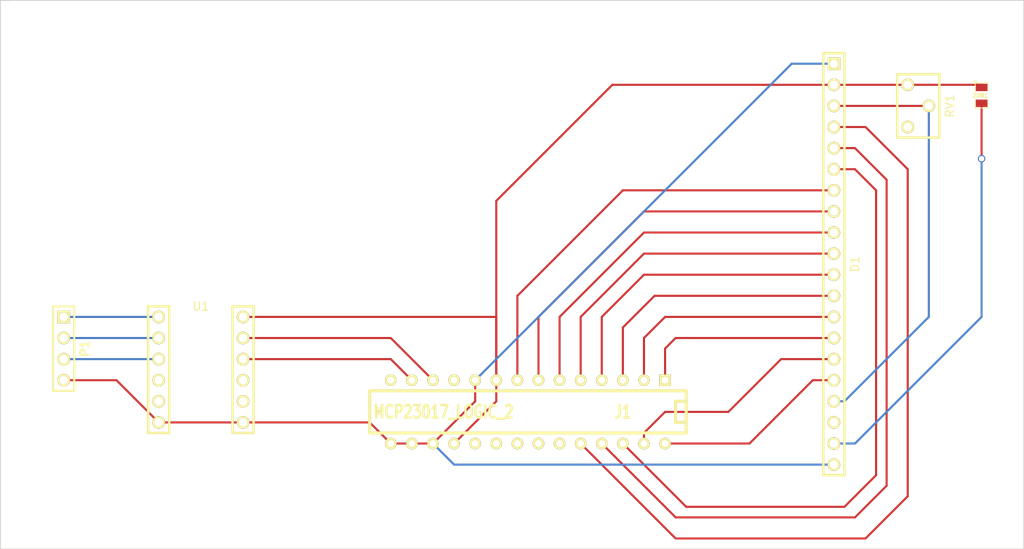
<source format=kicad_pcb>
(kicad_pcb (version 3) (host pcbnew "(2013-07-07 BZR 4022)-stable")

  (general
    (links 34)
    (no_connects 0)
    (area 170.129999 88.849999 293.420001 154.990001)
    (thickness 1.6)
    (drawings 5)
    (tracks 91)
    (zones 0)
    (modules 6)
    (nets 23)
  )

  (page A3)
  (layers
    (15 F.Cu signal)
    (0 B.Cu signal)
    (16 B.Adhes user)
    (17 F.Adhes user)
    (18 B.Paste user)
    (19 F.Paste user)
    (20 B.SilkS user)
    (21 F.SilkS user)
    (22 B.Mask user)
    (23 F.Mask user)
    (24 Dwgs.User user)
    (25 Cmts.User user)
    (26 Eco1.User user)
    (27 Eco2.User user)
    (28 Edge.Cuts user)
  )

  (setup
    (last_trace_width 0.254)
    (trace_clearance 0.254)
    (zone_clearance 0.508)
    (zone_45_only yes)
    (trace_min 0.254)
    (segment_width 0.2)
    (edge_width 0.1)
    (via_size 0.889)
    (via_drill 0.635)
    (via_min_size 0.889)
    (via_min_drill 0.508)
    (uvia_size 0.508)
    (uvia_drill 0.127)
    (uvias_allowed no)
    (uvia_min_size 0.508)
    (uvia_min_drill 0.127)
    (pcb_text_width 0.3)
    (pcb_text_size 1.5 1.5)
    (mod_edge_width 0.3048)
    (mod_text_size 1 1)
    (mod_text_width 0.15)
    (pad_size 1.524 1.524)
    (pad_drill 1.016)
    (pad_to_mask_clearance 0)
    (aux_axis_origin 0 0)
    (visible_elements 7FFFFFFF)
    (pcbplotparams
      (layerselection 3178497)
      (usegerberextensions true)
      (excludeedgelayer true)
      (linewidth 0.150000)
      (plotframeref false)
      (viasonmask false)
      (mode 1)
      (useauxorigin false)
      (hpglpennumber 1)
      (hpglpenspeed 20)
      (hpglpendiameter 15)
      (hpglpenoverlay 2)
      (psnegative false)
      (psa4output false)
      (plotreference true)
      (plotvalue true)
      (plotothertext true)
      (plotinvisibletext false)
      (padsonsilk false)
      (subtractmaskfromsilk false)
      (outputformat 1)
      (mirror false)
      (drillshape 0)
      (scaleselection 1)
      (outputdirectory ""))
  )

  (net 0 "")
  (net 1 /SCL)
  (net 2 /SDA)
  (net 3 GND)
  (net 4 N-000001)
  (net 5 N-0000010)
  (net 6 N-0000011)
  (net 7 N-0000012)
  (net 8 N-0000013)
  (net 9 N-0000014)
  (net 10 N-0000015)
  (net 11 N-0000016)
  (net 12 N-000002)
  (net 13 N-0000022)
  (net 14 N-0000023)
  (net 15 N-0000026)
  (net 16 N-000003)
  (net 17 N-000005)
  (net 18 N-000006)
  (net 19 N-000007)
  (net 20 N-000008)
  (net 21 N-000009)
  (net 22 VCC)

  (net_class Default "This is the default net class."
    (clearance 0.254)
    (trace_width 0.254)
    (via_dia 0.889)
    (via_drill 0.635)
    (uvia_dia 0.508)
    (uvia_drill 0.127)
    (add_net "")
    (add_net /SCL)
    (add_net /SDA)
    (add_net GND)
    (add_net N-000001)
    (add_net N-0000010)
    (add_net N-0000011)
    (add_net N-0000012)
    (add_net N-0000013)
    (add_net N-0000014)
    (add_net N-0000015)
    (add_net N-0000016)
    (add_net N-000002)
    (add_net N-0000022)
    (add_net N-0000023)
    (add_net N-0000026)
    (add_net N-000003)
    (add_net N-000005)
    (add_net N-000006)
    (add_net N-000007)
    (add_net N-000008)
    (add_net N-000009)
    (add_net VCC)
  )

  (module ZZTRIMMER (layer F.Cu) (tedit 55AE76C5) (tstamp 55AFE571)
    (at 284.48 101.6 270)
    (path /55AE4A50)
    (fp_text reference RV1 (at 0 0 270) (layer F.SilkS)
      (effects (font (size 1 1) (thickness 0.15)))
    )
    (fp_text value POT (at 0 0 270) (layer F.SilkS) hide
      (effects (font (size 1 1) (thickness 0.15)))
    )
    (fp_line (start -3.81 6.35) (end 3.81 6.35) (layer F.SilkS) (width 0.3048))
    (fp_line (start 3.81 6.35) (end 3.81 1.27) (layer F.SilkS) (width 0.3048))
    (fp_line (start 3.81 1.27) (end -3.81 1.27) (layer F.SilkS) (width 0.3048))
    (fp_line (start -3.81 1.27) (end -3.81 6.35) (layer F.SilkS) (width 0.3048))
    (pad 2 thru_hole circle (at 0 2.54 270) (size 1.524 1.524) (drill 1.016)
      (layers *.Cu *.Mask F.SilkS)
      (net 11 N-0000016)
    )
    (pad 1 thru_hole circle (at -2.54 5.08 270) (size 1.524 1.524) (drill 1.016)
      (layers *.Cu *.Mask F.SilkS)
      (net 6 N-0000011)
    )
    (pad 3 thru_hole circle (at 2.54 5.08 270) (size 1.524 1.524) (drill 1.016)
      (layers *.Cu *.Mask F.SilkS)
    )
  )

  (module ZZPIN20 (layer F.Cu) (tedit 55AE703D) (tstamp 55AFE58D)
    (at 273.05 120.65 270)
    (path /55AE372A)
    (fp_text reference D1 (at 0 0 270) (layer F.SilkS)
      (effects (font (size 1 1) (thickness 0.15)))
    )
    (fp_text value RG16080B-BIY-V_LOGIC_2 (at 0 0 270) (layer F.SilkS) hide
      (effects (font (size 1 1) (thickness 0.15)))
    )
    (fp_line (start -25.4 1.27) (end -25.4 3.81) (layer F.SilkS) (width 0.3048))
    (fp_line (start -25.4 3.81) (end 25.4 3.81) (layer F.SilkS) (width 0.3048))
    (fp_line (start 25.4 3.81) (end 25.4 1.27) (layer F.SilkS) (width 0.3048))
    (fp_line (start 25.4 1.27) (end -25.4 1.27) (layer F.SilkS) (width 0.3048))
    (pad 2 thru_hole circle (at -21.59 2.54 270) (size 1.524 1.524) (drill 1.016)
      (layers *.Cu *.Mask F.SilkS)
      (net 6 N-0000011)
    )
    (pad 3 thru_hole circle (at -19.05 2.54 270) (size 1.524 1.524) (drill 1.016)
      (layers *.Cu *.Mask F.SilkS)
      (net 11 N-0000016)
    )
    (pad 4 thru_hole circle (at -16.51 2.54 270) (size 1.524 1.524) (drill 1.016)
      (layers *.Cu *.Mask F.SilkS)
      (net 7 N-0000012)
    )
    (pad 5 thru_hole circle (at -13.97 2.54 270) (size 1.524 1.524) (drill 1.016)
      (layers *.Cu *.Mask F.SilkS)
      (net 5 N-0000010)
    )
    (pad 6 thru_hole circle (at -11.43 2.54 270) (size 1.524 1.524) (drill 1.016)
      (layers *.Cu *.Mask F.SilkS)
      (net 8 N-0000013)
    )
    (pad 7 thru_hole circle (at -8.89 2.54 270) (size 1.524 1.524) (drill 1.016)
      (layers *.Cu *.Mask F.SilkS)
      (net 21 N-000009)
    )
    (pad 8 thru_hole circle (at -6.35 2.54 270) (size 1.524 1.524) (drill 1.016)
      (layers *.Cu *.Mask F.SilkS)
      (net 20 N-000008)
    )
    (pad 9 thru_hole circle (at -3.81 2.54 270) (size 1.524 1.524) (drill 1.016)
      (layers *.Cu *.Mask F.SilkS)
      (net 19 N-000007)
    )
    (pad 10 thru_hole circle (at -1.27 2.54 270) (size 1.524 1.524) (drill 1.016)
      (layers *.Cu *.Mask F.SilkS)
      (net 18 N-000006)
    )
    (pad 11 thru_hole circle (at 1.27 2.54 270) (size 1.524 1.524) (drill 1.016)
      (layers *.Cu *.Mask F.SilkS)
      (net 17 N-000005)
    )
    (pad 12 thru_hole circle (at 3.81 2.54 270) (size 1.524 1.524) (drill 1.016)
      (layers *.Cu *.Mask F.SilkS)
      (net 12 N-000002)
    )
    (pad 13 thru_hole circle (at 6.35 2.54 270) (size 1.524 1.524) (drill 1.016)
      (layers *.Cu *.Mask F.SilkS)
      (net 16 N-000003)
    )
    (pad 14 thru_hole circle (at 8.89 2.54 270) (size 1.524 1.524) (drill 1.016)
      (layers *.Cu *.Mask F.SilkS)
      (net 15 N-0000026)
    )
    (pad 15 thru_hole circle (at 11.43 2.54 270) (size 1.524 1.524) (drill 1.016)
      (layers *.Cu *.Mask F.SilkS)
      (net 9 N-0000014)
    )
    (pad 16 thru_hole circle (at 13.97 2.54 270) (size 1.524 1.524) (drill 1.016)
      (layers *.Cu *.Mask F.SilkS)
      (net 10 N-0000015)
    )
    (pad 17 thru_hole circle (at 16.51 2.54 270) (size 1.524 1.524) (drill 1.016)
      (layers *.Cu *.Mask F.SilkS)
      (net 11 N-0000016)
    )
    (pad 18 thru_hole circle (at 19.05 2.54 270) (size 1.524 1.524) (drill 1.016)
      (layers *.Cu *.Mask F.SilkS)
    )
    (pad 19 thru_hole circle (at 21.59 2.54 270) (size 1.524 1.524) (drill 1.016)
      (layers *.Cu *.Mask F.SilkS)
      (net 14 N-0000023)
    )
    (pad 20 thru_hole circle (at 24.13 2.54 270) (size 1.524 1.524) (drill 1.016)
      (layers *.Cu *.Mask F.SilkS)
      (net 3 GND)
    )
    (pad 1 thru_hole rect (at -24.13 2.54 270) (size 1.524 1.524) (drill 1.016)
      (layers *.Cu *.Mask F.SilkS)
      (net 3 GND)
    )
  )

  (module SM0805 (layer F.Cu) (tedit 55AE84F1) (tstamp 55AFE59A)
    (at 288.29 100.33 270)
    (path /55AE73A8)
    (attr smd)
    (fp_text reference R1 (at 0 -0.3175 360) (layer F.SilkS)
      (effects (font (size 0.50038 0.50038) (thickness 0.10922)))
    )
    (fp_text value 200 (at 0 0.381 360) (layer F.SilkS)
      (effects (font (size 0.50038 0.50038) (thickness 0.10922)))
    )
    (fp_circle (center -1.651 0.762) (end -1.651 0.635) (layer F.SilkS) (width 0.09906))
    (fp_line (start -0.508 0.762) (end -1.524 0.762) (layer F.SilkS) (width 0.09906))
    (fp_line (start -1.524 0.762) (end -1.524 -0.762) (layer F.SilkS) (width 0.09906))
    (fp_line (start -1.524 -0.762) (end -0.508 -0.762) (layer F.SilkS) (width 0.09906))
    (fp_line (start 0.508 -0.762) (end 1.524 -0.762) (layer F.SilkS) (width 0.09906))
    (fp_line (start 1.524 -0.762) (end 1.524 0.762) (layer F.SilkS) (width 0.09906))
    (fp_line (start 1.524 0.762) (end 0.508 0.762) (layer F.SilkS) (width 0.09906))
    (pad 1 smd rect (at -0.9525 0 270) (size 0.889 1.397)
      (layers F.Cu F.Paste F.Mask)
      (net 6 N-0000011)
    )
    (pad 2 smd rect (at 0.9525 0 270) (size 0.889 1.397)
      (layers F.Cu F.Paste F.Mask)
      (net 14 N-0000023)
    )
    (model smd/chip_cms.wrl
      (at (xyz 0 0 0))
      (scale (xyz 0.1 0.1 0.1))
      (rotate (xyz 0 0 0))
    )
  )

  (module PIN_ARRAY_4x1 (layer F.Cu) (tedit 4C10F42E) (tstamp 55AFE5A6)
    (at 177.8 130.81 270)
    (descr "Double rangee de contacts 2 x 5 pins")
    (tags CONN)
    (path /55AE3739)
    (fp_text reference P1 (at 0 -2.54 270) (layer F.SilkS)
      (effects (font (size 1.016 1.016) (thickness 0.2032)))
    )
    (fp_text value CONN_4 (at 0 2.54 270) (layer F.SilkS) hide
      (effects (font (size 1.016 1.016) (thickness 0.2032)))
    )
    (fp_line (start 5.08 1.27) (end -5.08 1.27) (layer F.SilkS) (width 0.254))
    (fp_line (start 5.08 -1.27) (end -5.08 -1.27) (layer F.SilkS) (width 0.254))
    (fp_line (start -5.08 -1.27) (end -5.08 1.27) (layer F.SilkS) (width 0.254))
    (fp_line (start 5.08 1.27) (end 5.08 -1.27) (layer F.SilkS) (width 0.254))
    (pad 1 thru_hole rect (at -3.81 0 270) (size 1.524 1.524) (drill 1.016)
      (layers *.Cu *.Mask F.SilkS)
      (net 22 VCC)
    )
    (pad 2 thru_hole circle (at -1.27 0 270) (size 1.524 1.524) (drill 1.016)
      (layers *.Cu *.Mask F.SilkS)
      (net 1 /SCL)
    )
    (pad 3 thru_hole circle (at 1.27 0 270) (size 1.524 1.524) (drill 1.016)
      (layers *.Cu *.Mask F.SilkS)
      (net 2 /SDA)
    )
    (pad 4 thru_hole circle (at 3.81 0 270) (size 1.524 1.524) (drill 1.016)
      (layers *.Cu *.Mask F.SilkS)
      (net 3 GND)
    )
    (model pin_array\pins_array_4x1.wrl
      (at (xyz 0 0 0))
      (scale (xyz 1 1 1))
      (rotate (xyz 0 0 0))
    )
  )

  (module L_CONVERTER (layer F.Cu) (tedit 55AE693D) (tstamp 55AFE5BE)
    (at 194.31 125.73)
    (path /55AE3B63)
    (fp_text reference U1 (at 0 0) (layer F.SilkS)
      (effects (font (size 1 1) (thickness 0.15)))
    )
    (fp_text value L_CONVERTER (at 0 0) (layer F.SilkS) hide
      (effects (font (size 1 1) (thickness 0.15)))
    )
    (fp_line (start 3.81 0) (end 6.35 0) (layer F.SilkS) (width 0.3048))
    (fp_line (start 6.35 0) (end 6.35 15.24) (layer F.SilkS) (width 0.3048))
    (fp_line (start 6.35 15.24) (end 3.81 15.24) (layer F.SilkS) (width 0.3048))
    (fp_line (start 3.81 15.24) (end 3.81 0) (layer F.SilkS) (width 0.3048))
    (fp_line (start -6.35 0) (end -3.81 0) (layer F.SilkS) (width 0.3048))
    (fp_line (start -3.81 0) (end -3.81 15.24) (layer F.SilkS) (width 0.3048))
    (fp_line (start -3.81 15.24) (end -6.35 15.24) (layer F.SilkS) (width 0.3048))
    (fp_line (start -6.35 15.24) (end -6.35 0) (layer F.SilkS) (width 0.3048))
    (pad 1 thru_hole circle (at -5.08 1.27) (size 1.524 1.524) (drill 1.016)
      (layers *.Cu *.Mask F.SilkS)
      (net 22 VCC)
    )
    (pad 2 thru_hole circle (at -5.08 3.81) (size 1.524 1.524) (drill 1.016)
      (layers *.Cu *.Mask F.SilkS)
      (net 1 /SCL)
    )
    (pad 3 thru_hole circle (at -5.08 6.35) (size 1.524 1.524) (drill 1.016)
      (layers *.Cu *.Mask F.SilkS)
      (net 2 /SDA)
    )
    (pad 4 thru_hole circle (at -5.08 8.89) (size 1.524 1.524) (drill 1.016)
      (layers *.Cu *.Mask F.SilkS)
    )
    (pad 5 thru_hole circle (at -5.08 11.43) (size 1.524 1.524) (drill 1.016)
      (layers *.Cu *.Mask F.SilkS)
    )
    (pad 6 thru_hole circle (at -5.08 13.97) (size 1.524 1.524) (drill 1.016)
      (layers *.Cu *.Mask F.SilkS)
      (net 3 GND)
    )
    (pad 7 thru_hole circle (at 5.08 13.97) (size 1.524 1.524) (drill 1.016)
      (layers *.Cu *.Mask F.SilkS)
      (net 3 GND)
    )
    (pad 8 thru_hole circle (at 5.08 11.43) (size 1.524 1.524) (drill 1.016)
      (layers *.Cu *.Mask F.SilkS)
    )
    (pad 9 thru_hole circle (at 5.08 8.89) (size 1.524 1.524) (drill 1.016)
      (layers *.Cu *.Mask F.SilkS)
    )
    (pad 10 thru_hole circle (at 5.08 6.35) (size 1.524 1.524) (drill 1.016)
      (layers *.Cu *.Mask F.SilkS)
      (net 4 N-000001)
    )
    (pad 11 thru_hole circle (at 5.08 3.81) (size 1.524 1.524) (drill 1.016)
      (layers *.Cu *.Mask F.SilkS)
      (net 13 N-0000022)
    )
    (pad 12 thru_hole circle (at 5.08 1.27) (size 1.524 1.524) (drill 1.016)
      (layers *.Cu *.Mask F.SilkS)
      (net 6 N-0000011)
    )
  )

  (module DIP-28__300 (layer F.Cu) (tedit 200000) (tstamp 55AFE5E5)
    (at 233.68 138.43 180)
    (descr "28 pins DIL package, round pads, width 300mil")
    (tags DIL)
    (path /55AE357F)
    (fp_text reference J1 (at -11.43 0 180) (layer F.SilkS)
      (effects (font (size 1.524 1.143) (thickness 0.3048)))
    )
    (fp_text value MCP23017_LOGIC_2 (at 10.16 0 180) (layer F.SilkS)
      (effects (font (size 1.524 1.143) (thickness 0.3048)))
    )
    (fp_line (start -19.05 -2.54) (end 19.05 -2.54) (layer F.SilkS) (width 0.381))
    (fp_line (start 19.05 -2.54) (end 19.05 2.54) (layer F.SilkS) (width 0.381))
    (fp_line (start 19.05 2.54) (end -19.05 2.54) (layer F.SilkS) (width 0.381))
    (fp_line (start -19.05 2.54) (end -19.05 -2.54) (layer F.SilkS) (width 0.381))
    (fp_line (start -19.05 -1.27) (end -17.78 -1.27) (layer F.SilkS) (width 0.381))
    (fp_line (start -17.78 -1.27) (end -17.78 1.27) (layer F.SilkS) (width 0.381))
    (fp_line (start -17.78 1.27) (end -19.05 1.27) (layer F.SilkS) (width 0.381))
    (pad 2 thru_hole circle (at -13.97 3.81 180) (size 1.397 1.397) (drill 0.8128)
      (layers *.Cu *.Mask F.SilkS)
      (net 16 N-000003)
    )
    (pad 3 thru_hole circle (at -11.43 3.81 180) (size 1.397 1.397) (drill 0.8128)
      (layers *.Cu *.Mask F.SilkS)
      (net 12 N-000002)
    )
    (pad 4 thru_hole circle (at -8.89 3.81 180) (size 1.397 1.397) (drill 0.8128)
      (layers *.Cu *.Mask F.SilkS)
      (net 17 N-000005)
    )
    (pad 5 thru_hole circle (at -6.35 3.81 180) (size 1.397 1.397) (drill 0.8128)
      (layers *.Cu *.Mask F.SilkS)
      (net 18 N-000006)
    )
    (pad 6 thru_hole circle (at -3.81 3.81 180) (size 1.397 1.397) (drill 0.8128)
      (layers *.Cu *.Mask F.SilkS)
      (net 19 N-000007)
    )
    (pad 7 thru_hole circle (at -1.27 3.81 180) (size 1.397 1.397) (drill 0.8128)
      (layers *.Cu *.Mask F.SilkS)
      (net 20 N-000008)
    )
    (pad 8 thru_hole circle (at 1.27 3.81 180) (size 1.397 1.397) (drill 0.8128)
      (layers *.Cu *.Mask F.SilkS)
      (net 21 N-000009)
    )
    (pad 9 thru_hole circle (at 3.81 3.81 180) (size 1.397 1.397) (drill 0.8128)
      (layers *.Cu *.Mask F.SilkS)
      (net 6 N-0000011)
    )
    (pad 10 thru_hole circle (at 6.35 3.81 180) (size 1.397 1.397) (drill 0.8128)
      (layers *.Cu *.Mask F.SilkS)
      (net 3 GND)
    )
    (pad 11 thru_hole circle (at 8.89 3.81 180) (size 1.397 1.397) (drill 0.8128)
      (layers *.Cu *.Mask F.SilkS)
    )
    (pad 12 thru_hole circle (at 11.43 3.81 180) (size 1.397 1.397) (drill 0.8128)
      (layers *.Cu *.Mask F.SilkS)
      (net 13 N-0000022)
    )
    (pad 13 thru_hole circle (at 13.97 3.81 180) (size 1.397 1.397) (drill 0.8128)
      (layers *.Cu *.Mask F.SilkS)
      (net 4 N-000001)
    )
    (pad 14 thru_hole circle (at 16.51 3.81 180) (size 1.397 1.397) (drill 0.8128)
      (layers *.Cu *.Mask F.SilkS)
    )
    (pad 1 thru_hole rect (at -16.51 3.81 180) (size 1.397 1.397) (drill 0.8128)
      (layers *.Cu *.Mask F.SilkS)
      (net 15 N-0000026)
    )
    (pad 15 thru_hole circle (at 16.51 -3.81 180) (size 1.397 1.397) (drill 0.8128)
      (layers *.Cu *.Mask F.SilkS)
      (net 3 GND)
    )
    (pad 16 thru_hole circle (at 13.97 -3.81 180) (size 1.397 1.397) (drill 0.8128)
      (layers *.Cu *.Mask F.SilkS)
      (net 3 GND)
    )
    (pad 17 thru_hole circle (at 11.43 -3.81 180) (size 1.397 1.397) (drill 0.8128)
      (layers *.Cu *.Mask F.SilkS)
      (net 3 GND)
    )
    (pad 18 thru_hole circle (at 8.89 -3.81 180) (size 1.397 1.397) (drill 0.8128)
      (layers *.Cu *.Mask F.SilkS)
      (net 6 N-0000011)
    )
    (pad 19 thru_hole circle (at 6.35 -3.81 180) (size 1.397 1.397) (drill 0.8128)
      (layers *.Cu *.Mask F.SilkS)
    )
    (pad 20 thru_hole circle (at 3.81 -3.81 180) (size 1.397 1.397) (drill 0.8128)
      (layers *.Cu *.Mask F.SilkS)
    )
    (pad 21 thru_hole circle (at 1.27 -3.81 180) (size 1.397 1.397) (drill 0.8128)
      (layers *.Cu *.Mask F.SilkS)
    )
    (pad 22 thru_hole circle (at -1.27 -3.81 180) (size 1.397 1.397) (drill 0.8128)
      (layers *.Cu *.Mask F.SilkS)
    )
    (pad 23 thru_hole circle (at -3.81 -3.81 180) (size 1.397 1.397) (drill 0.8128)
      (layers *.Cu *.Mask F.SilkS)
    )
    (pad 24 thru_hole circle (at -6.35 -3.81 180) (size 1.397 1.397) (drill 0.8128)
      (layers *.Cu *.Mask F.SilkS)
      (net 7 N-0000012)
    )
    (pad 25 thru_hole circle (at -8.89 -3.81 180) (size 1.397 1.397) (drill 0.8128)
      (layers *.Cu *.Mask F.SilkS)
      (net 5 N-0000010)
    )
    (pad 26 thru_hole circle (at -11.43 -3.81 180) (size 1.397 1.397) (drill 0.8128)
      (layers *.Cu *.Mask F.SilkS)
      (net 8 N-0000013)
    )
    (pad 27 thru_hole circle (at -13.97 -3.81 180) (size 1.397 1.397) (drill 0.8128)
      (layers *.Cu *.Mask F.SilkS)
      (net 9 N-0000014)
    )
    (pad 28 thru_hole circle (at -16.51 -3.81 180) (size 1.397 1.397) (drill 0.8128)
      (layers *.Cu *.Mask F.SilkS)
      (net 10 N-0000015)
    )
    (model dil/dil_28-w300.wrl
      (at (xyz 0 0 0))
      (scale (xyz 1 1 1))
      (rotate (xyz 0 0 0))
    )
  )

  (gr_line (start 170.18 88.9) (end 171.45 88.9) (angle 90) (layer Edge.Cuts) (width 0.1))
  (gr_line (start 170.18 154.94) (end 170.18 88.9) (angle 90) (layer Edge.Cuts) (width 0.1))
  (gr_line (start 293.37 154.94) (end 170.18 154.94) (angle 90) (layer Edge.Cuts) (width 0.1))
  (gr_line (start 293.37 88.9) (end 293.37 154.94) (angle 90) (layer Edge.Cuts) (width 0.1))
  (gr_line (start 170.18 88.9) (end 293.37 88.9) (angle 90) (layer Edge.Cuts) (width 0.1))

  (segment (start 177.8 129.54) (end 189.23 129.54) (width 0.254) (layer B.Cu) (net 1) (status C00000))
  (segment (start 177.8 132.08) (end 189.23 132.08) (width 0.254) (layer B.Cu) (net 2) (status C00000))
  (segment (start 270.51 96.52) (end 265.43 96.52) (width 0.254) (layer B.Cu) (net 3))
  (segment (start 265.43 96.52) (end 227.33 134.62) (width 0.254) (layer B.Cu) (net 3) (tstamp 55AFC3F4))
  (segment (start 270.51 144.78) (end 224.79 144.78) (width 0.254) (layer B.Cu) (net 3))
  (segment (start 224.79 144.78) (end 222.25 142.24) (width 0.254) (layer B.Cu) (net 3) (tstamp 55AFC360))
  (segment (start 227.33 134.62) (end 227.33 137.16) (width 0.254) (layer F.Cu) (net 3))
  (segment (start 227.33 137.16) (end 222.25 142.24) (width 0.254) (layer F.Cu) (net 3) (tstamp 55AFE88B))
  (segment (start 217.17 142.24) (end 219.71 142.24) (width 0.254) (layer F.Cu) (net 3))
  (segment (start 219.71 142.24) (end 222.25 142.24) (width 0.254) (layer F.Cu) (net 3) (tstamp 55AFE884))
  (segment (start 199.39 139.7) (end 214.63 139.7) (width 0.254) (layer F.Cu) (net 3))
  (segment (start 214.63 139.7) (end 217.17 142.24) (width 0.254) (layer F.Cu) (net 3) (tstamp 55AFE880))
  (segment (start 189.23 139.7) (end 199.39 139.7) (width 0.254) (layer F.Cu) (net 3))
  (segment (start 177.8 134.62) (end 184.15 134.62) (width 0.254) (layer F.Cu) (net 3))
  (segment (start 184.15 134.62) (end 189.23 139.7) (width 0.254) (layer F.Cu) (net 3) (tstamp 55AFE87A))
  (segment (start 219.71 134.62) (end 217.17 132.08) (width 0.254) (layer F.Cu) (net 4))
  (segment (start 217.17 132.08) (end 199.39 132.08) (width 0.254) (layer F.Cu) (net 4) (tstamp 55AFE742))
  (segment (start 242.57 142.24) (end 251.46 151.13) (width 0.254) (layer F.Cu) (net 5))
  (segment (start 273.05 106.68) (end 270.51 106.68) (width 0.254) (layer F.Cu) (net 5) (tstamp 55AE8A52))
  (segment (start 276.86 110.49) (end 273.05 106.68) (width 0.254) (layer F.Cu) (net 5) (tstamp 55AE8A4C))
  (segment (start 276.86 147.32) (end 276.86 110.49) (width 0.254) (layer F.Cu) (net 5) (tstamp 55AE8A47))
  (segment (start 273.05 151.13) (end 276.86 147.32) (width 0.254) (layer F.Cu) (net 5) (tstamp 55AE8A44))
  (segment (start 251.46 151.13) (end 273.05 151.13) (width 0.254) (layer F.Cu) (net 5) (tstamp 55AE8A42))
  (segment (start 279.4 99.06) (end 287.9725 99.06) (width 0.254) (layer F.Cu) (net 6))
  (segment (start 287.9725 99.06) (end 288.29 99.3775) (width 0.254) (layer F.Cu) (net 6) (tstamp 55AE8ADB))
  (segment (start 288.29 99.3775) (end 288.29 99.06) (width 0.254) (layer F.Cu) (net 6) (tstamp 55AE8ADC))
  (segment (start 288.29 99.06) (end 288.29 99.3775) (width 0.254) (layer F.Cu) (net 6) (tstamp 55AE8ADE))
  (segment (start 279.4 99.06) (end 270.51 99.06) (width 0.254) (layer F.Cu) (net 6))
  (segment (start 229.87 134.62) (end 229.87 113.03) (width 0.254) (layer F.Cu) (net 6))
  (segment (start 243.84 99.06) (end 270.51 99.06) (width 0.254) (layer F.Cu) (net 6) (tstamp 55AFE811))
  (segment (start 229.87 113.03) (end 243.84 99.06) (width 0.254) (layer F.Cu) (net 6) (tstamp 55AFE80F))
  (segment (start 229.87 134.62) (end 229.87 137.16) (width 0.254) (layer F.Cu) (net 6))
  (segment (start 229.87 137.16) (end 224.79 142.24) (width 0.254) (layer F.Cu) (net 6) (tstamp 55AFE745))
  (segment (start 229.87 134.62) (end 229.87 127) (width 0.254) (layer F.Cu) (net 6))
  (segment (start 229.87 127) (end 199.39 127) (width 0.254) (layer F.Cu) (net 6) (tstamp 55AFE738))
  (segment (start 270.51 104.14) (end 274.32 104.14) (width 0.254) (layer F.Cu) (net 7))
  (segment (start 251.46 153.67) (end 240.03 142.24) (width 0.254) (layer F.Cu) (net 7) (tstamp 55AE8A6F))
  (segment (start 274.32 153.67) (end 251.46 153.67) (width 0.254) (layer F.Cu) (net 7) (tstamp 55AE8A6C))
  (segment (start 279.4 148.59) (end 274.32 153.67) (width 0.254) (layer F.Cu) (net 7) (tstamp 55AE8A68))
  (segment (start 279.4 109.22) (end 279.4 148.59) (width 0.254) (layer F.Cu) (net 7) (tstamp 55AE8A5D))
  (segment (start 274.32 104.14) (end 279.4 109.22) (width 0.254) (layer F.Cu) (net 7) (tstamp 55AE8A5A))
  (segment (start 270.51 109.22) (end 273.05 109.22) (width 0.254) (layer F.Cu) (net 8))
  (segment (start 252.73 149.86) (end 245.11 142.24) (width 0.254) (layer F.Cu) (net 8) (tstamp 55AE8A38))
  (segment (start 271.78 149.86) (end 252.73 149.86) (width 0.254) (layer F.Cu) (net 8) (tstamp 55AE8A36))
  (segment (start 275.59 146.05) (end 271.78 149.86) (width 0.254) (layer F.Cu) (net 8) (tstamp 55AE8A33))
  (segment (start 275.59 111.76) (end 275.59 146.05) (width 0.254) (layer F.Cu) (net 8) (tstamp 55AE8A2C))
  (segment (start 273.05 109.22) (end 275.59 111.76) (width 0.254) (layer F.Cu) (net 8) (tstamp 55AE8A2A))
  (segment (start 247.65 142.24) (end 247.65 140.97) (width 0.254) (layer F.Cu) (net 9))
  (segment (start 264.16 132.08) (end 270.51 132.08) (width 0.254) (layer F.Cu) (net 9) (tstamp 55AE8A02))
  (segment (start 257.81 138.43) (end 264.16 132.08) (width 0.254) (layer F.Cu) (net 9) (tstamp 55AE89FF))
  (segment (start 250.19 138.43) (end 257.81 138.43) (width 0.254) (layer F.Cu) (net 9) (tstamp 55AE89F8))
  (segment (start 247.65 140.97) (end 250.19 138.43) (width 0.254) (layer F.Cu) (net 9) (tstamp 55AE89F6))
  (segment (start 250.19 142.24) (end 260.35 142.24) (width 0.254) (layer F.Cu) (net 10))
  (segment (start 267.97 134.62) (end 270.51 134.62) (width 0.254) (layer F.Cu) (net 10) (tstamp 55AE89F2))
  (segment (start 260.35 142.24) (end 267.97 134.62) (width 0.254) (layer F.Cu) (net 10) (tstamp 55AE89ED))
  (segment (start 270.51 137.16) (end 271.78 137.16) (width 0.254) (layer B.Cu) (net 11))
  (segment (start 281.94 127) (end 281.94 101.6) (width 0.254) (layer B.Cu) (net 11) (tstamp 55AFC291))
  (segment (start 271.78 137.16) (end 281.94 127) (width 0.254) (layer B.Cu) (net 11) (tstamp 55AFC28A))
  (segment (start 281.94 101.6) (end 270.51 101.6) (width 0.254) (layer F.Cu) (net 11))
  (segment (start 270.51 124.46) (end 248.92 124.46) (width 0.254) (layer F.Cu) (net 12))
  (segment (start 245.11 128.27) (end 245.11 134.62) (width 0.254) (layer F.Cu) (net 12) (tstamp 55AFE7AB))
  (segment (start 248.92 124.46) (end 245.11 128.27) (width 0.254) (layer F.Cu) (net 12) (tstamp 55AFE7A9))
  (segment (start 199.39 129.54) (end 217.17 129.54) (width 0.254) (layer F.Cu) (net 13))
  (segment (start 217.17 129.54) (end 222.25 134.62) (width 0.254) (layer F.Cu) (net 13) (tstamp 55AFE73B))
  (segment (start 288.29 101.2825) (end 288.29 107.95) (width 0.254) (layer F.Cu) (net 14))
  (segment (start 273.05 142.24) (end 270.51 142.24) (width 0.254) (layer B.Cu) (net 14) (tstamp 55B00DB4))
  (segment (start 288.29 127) (end 273.05 142.24) (width 0.254) (layer B.Cu) (net 14) (tstamp 55B00DAC))
  (segment (start 288.29 107.95) (end 288.29 127) (width 0.254) (layer B.Cu) (net 14) (tstamp 55B00DAB))
  (via (at 288.29 107.95) (size 0.889) (layers F.Cu B.Cu) (net 14))
  (segment (start 250.19 134.62) (end 250.19 130.81) (width 0.254) (layer F.Cu) (net 15))
  (segment (start 251.46 129.54) (end 270.51 129.54) (width 0.254) (layer F.Cu) (net 15) (tstamp 55AFE79F))
  (segment (start 250.19 130.81) (end 251.46 129.54) (width 0.254) (layer F.Cu) (net 15) (tstamp 55AFE79D))
  (segment (start 247.65 134.62) (end 247.65 129.54) (width 0.254) (layer F.Cu) (net 16))
  (segment (start 250.19 127) (end 270.51 127) (width 0.254) (layer F.Cu) (net 16) (tstamp 55AFE7A5))
  (segment (start 247.65 129.54) (end 250.19 127) (width 0.254) (layer F.Cu) (net 16) (tstamp 55AFE7A3))
  (segment (start 242.57 134.62) (end 242.57 127) (width 0.254) (layer F.Cu) (net 17))
  (segment (start 247.65 121.92) (end 270.51 121.92) (width 0.254) (layer F.Cu) (net 17) (tstamp 55AFE7B6))
  (segment (start 242.57 127) (end 247.65 121.92) (width 0.254) (layer F.Cu) (net 17) (tstamp 55AFE7B4))
  (segment (start 240.03 134.62) (end 240.03 127) (width 0.254) (layer F.Cu) (net 18))
  (segment (start 247.65 119.38) (end 270.51 119.38) (width 0.254) (layer F.Cu) (net 18) (tstamp 55AFE7BC))
  (segment (start 240.03 127) (end 247.65 119.38) (width 0.254) (layer F.Cu) (net 18) (tstamp 55AFE7BA))
  (segment (start 237.49 127) (end 237.49 134.62) (width 0.254) (layer F.Cu) (net 19) (tstamp 55AFE7C2))
  (segment (start 247.65 116.84) (end 237.49 127) (width 0.254) (layer F.Cu) (net 19) (tstamp 55AFE7C0))
  (segment (start 270.51 116.84) (end 247.65 116.84) (width 0.254) (layer F.Cu) (net 19))
  (segment (start 247.65 114.3) (end 270.51 114.3) (width 0.254) (layer F.Cu) (net 20) (tstamp 55AFE7C8))
  (segment (start 234.95 127) (end 247.65 114.3) (width 0.254) (layer F.Cu) (net 20) (tstamp 55AFE7C6))
  (segment (start 234.95 134.62) (end 234.95 127) (width 0.254) (layer F.Cu) (net 20))
  (segment (start 270.51 111.76) (end 245.11 111.76) (width 0.254) (layer F.Cu) (net 21))
  (segment (start 232.41 124.46) (end 232.41 134.62) (width 0.254) (layer F.Cu) (net 21) (tstamp 55AFE7E1))
  (segment (start 245.11 111.76) (end 232.41 124.46) (width 0.254) (layer F.Cu) (net 21) (tstamp 55AFE7DF))
  (segment (start 177.8 127) (end 189.23 127) (width 0.254) (layer B.Cu) (net 22) (status C00000))

  (zone (net 15) (net_name N-0000026) (layer B.Cu) (tstamp 55AFE8C4) (hatch edge 0.508)
    (connect_pads (clearance 0.508))
    (min_thickness 0.254)
    (fill (arc_segments 16) (thermal_gap 0.508) (thermal_bridge_width 0.508))
    (polygon
      (pts
        (xy 293.37 154.94) (xy 170.18 154.94) (xy 170.18 88.9) (xy 293.37 88.9)
      )
    )
  )
)

</source>
